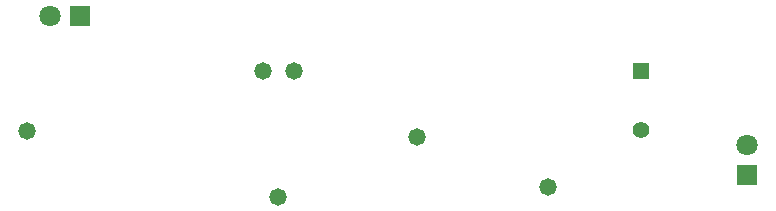
<source format=gbs>
G04*
G04 #@! TF.GenerationSoftware,Altium Limited,Altium Designer,24.0.1 (36)*
G04*
G04 Layer_Color=16711935*
%FSLAX44Y44*%
%MOMM*%
G71*
G04*
G04 #@! TF.SameCoordinates,5D675279-D88B-4D66-B6F5-DA5342284FE9*
G04*
G04*
G04 #@! TF.FilePolarity,Negative*
G04*
G01*
G75*
%ADD37R,1.8032X1.8032*%
%ADD38C,1.8032*%
%ADD39R,1.8032X1.8032*%
%ADD40R,1.4032X1.4032*%
%ADD41C,1.4032*%
%ADD42C,1.4732*%
D37*
X1250950Y532130D02*
D03*
D38*
Y557530D02*
D03*
X660400Y666750D02*
D03*
D39*
X685800D02*
D03*
D40*
X1160780Y619760D02*
D03*
D41*
Y569760D02*
D03*
D42*
X853440Y513080D02*
D03*
X1082040Y521970D02*
D03*
X971550Y563880D02*
D03*
X867410Y619760D02*
D03*
X840740D02*
D03*
X641350Y568960D02*
D03*
M02*

</source>
